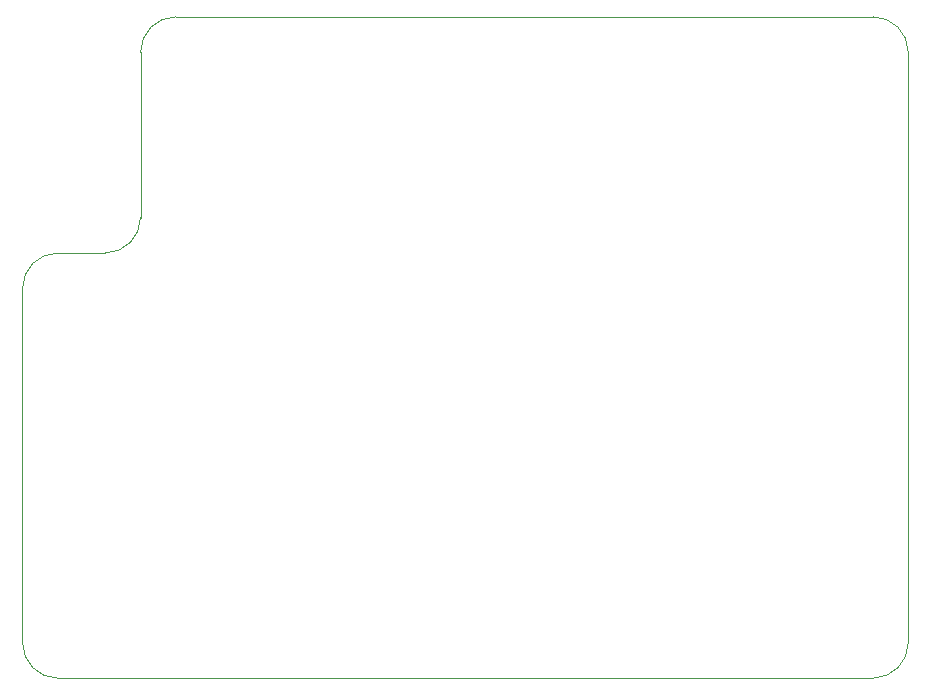
<source format=gbr>
<<<<<<< HEAD
%TF.GenerationSoftware,KiCad,Pcbnew,9.0.0*%
%TF.CreationDate,2025-03-28T10:16:05+01:00*%
%TF.ProjectId,test1,74657374-312e-46b6-9963-61645f706362,rev?*%
%TF.SameCoordinates,Original*%
%TF.FileFunction,Profile,NP*%
%FSLAX46Y46*%
G04 Gerber Fmt 4.6, Leading zero omitted, Abs format (unit mm)*
G04 Created by KiCad (PCBNEW 9.0.0) date 2025-03-28 10:16:05*
%MOMM*%
%LPD*%
G01*
G04 APERTURE LIST*
%TA.AperFunction,Profile*%
%ADD10C,0.050000*%
%TD*%
G04 APERTURE END LIST*
D10*
X47000000Y-70000000D02*
X43000000Y-70000000D01*
X50000000Y-53000000D02*
G75*
G02*
X53000000Y-50000000I3000000J0D01*
G01*
X50000000Y-67000000D02*
G75*
G02*
X47000000Y-70000000I-3000000J0D01*
G01*
X115000000Y-103000000D02*
G75*
G02*
X112000000Y-106000000I-3000000J0D01*
G01*
X115000000Y-53000000D02*
X115000000Y-103000000D01*
X40000000Y-73000000D02*
G75*
G02*
X43000000Y-70000000I3000000J0D01*
G01*
X43000000Y-106000000D02*
G75*
G02*
X40000000Y-103000000I0J3000000D01*
G01*
X53000000Y-50000000D02*
X112000000Y-50000000D01*
X40000000Y-73000000D02*
X40000000Y-103000000D01*
X112000000Y-106000000D02*
X43000000Y-106000000D01*
X50000000Y-53000000D02*
X50000000Y-67000000D01*
X112000000Y-50000000D02*
G75*
G02*
X115000000Y-53000000I0J-3000000D01*
G01*
M02*
=======
%TF.GenerationSoftware,KiCad,Pcbnew,8.0.7*%
%TF.CreationDate,2025-02-10T20:26:25+01:00*%
%TF.ProjectId,test1,74657374-312e-46b6-9963-61645f706362,rev?*%
%TF.SameCoordinates,Original*%
%TF.FileFunction,Profile,NP*%
%FSLAX46Y46*%
G04 Gerber Fmt 4.6, Leading zero omitted, Abs format (unit mm)*
G04 Created by KiCad (PCBNEW 8.0.7) date 2025-02-10 20:26:25*
%MOMM*%
%LPD*%
G01*
G04 APERTURE LIST*
%TA.AperFunction,Profile*%
%ADD10C,0.050000*%
%TD*%
G04 APERTURE END LIST*
D10*
X47000000Y-70000000D02*
X43000000Y-70000000D01*
X50000000Y-53000000D02*
G75*
G02*
X53000000Y-50000000I3000000J0D01*
G01*
X50000000Y-67000000D02*
G75*
G02*
X47000000Y-70000000I-3000000J0D01*
G01*
X115000000Y-103000000D02*
G75*
G02*
X112000000Y-106000000I-3000000J0D01*
G01*
X115000000Y-53000000D02*
X115000000Y-103000000D01*
X40000000Y-73000000D02*
G75*
G02*
X43000000Y-70000000I3000000J0D01*
G01*
X43000000Y-106000000D02*
G75*
G02*
X40000000Y-103000000I0J3000000D01*
G01*
X53000000Y-50000000D02*
X112000000Y-50000000D01*
X40000000Y-73000000D02*
X40000000Y-103000000D01*
X112000000Y-106000000D02*
X43000000Y-106000000D01*
X50000000Y-53000000D02*
X50000000Y-67000000D01*
X112000000Y-50000000D02*
G75*
G02*
X115000000Y-53000000I0J-3000000D01*
G01*
M02*
>>>>>>> eca5bd43e53bee708a97bf4f1251219196013499

</source>
